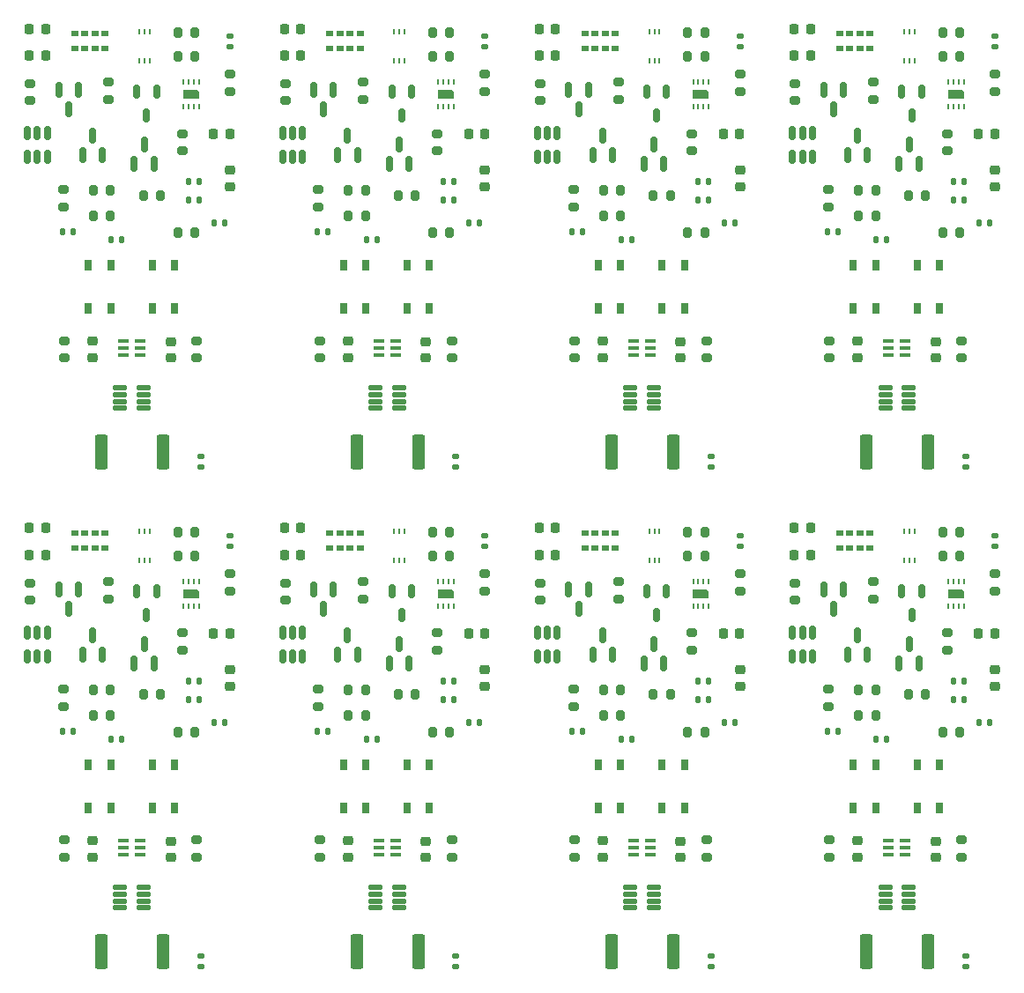
<source format=gtp>
G04 #@! TF.GenerationSoftware,KiCad,Pcbnew,7.0.7*
G04 #@! TF.CreationDate,2024-02-29T14:06:03-05:00*
G04 #@! TF.ProjectId,panelized,70616e65-6c69-47a6-9564-2e6b69636164,rev?*
G04 #@! TF.SameCoordinates,Original*
G04 #@! TF.FileFunction,Paste,Top*
G04 #@! TF.FilePolarity,Positive*
%FSLAX46Y46*%
G04 Gerber Fmt 4.6, Leading zero omitted, Abs format (unit mm)*
G04 Created by KiCad (PCBNEW 7.0.7) date 2024-02-29 14:06:03*
%MOMM*%
%LPD*%
G01*
G04 APERTURE LIST*
G04 Aperture macros list*
%AMRoundRect*
0 Rectangle with rounded corners*
0 $1 Rounding radius*
0 $2 $3 $4 $5 $6 $7 $8 $9 X,Y pos of 4 corners*
0 Add a 4 corners polygon primitive as box body*
4,1,4,$2,$3,$4,$5,$6,$7,$8,$9,$2,$3,0*
0 Add four circle primitives for the rounded corners*
1,1,$1+$1,$2,$3*
1,1,$1+$1,$4,$5*
1,1,$1+$1,$6,$7*
1,1,$1+$1,$8,$9*
0 Add four rect primitives between the rounded corners*
20,1,$1+$1,$2,$3,$4,$5,0*
20,1,$1+$1,$4,$5,$6,$7,0*
20,1,$1+$1,$6,$7,$8,$9,0*
20,1,$1+$1,$8,$9,$2,$3,0*%
%AMFreePoly0*
4,1,6,0.450000,-0.800000,-0.450000,-0.800000,-0.450000,0.530000,-0.180000,0.800000,0.450000,0.800000,0.450000,-0.800000,0.450000,-0.800000,$1*%
G04 Aperture macros list end*
%ADD10RoundRect,0.200000X0.200000X0.275000X-0.200000X0.275000X-0.200000X-0.275000X0.200000X-0.275000X0*%
%ADD11RoundRect,0.135000X0.135000X0.185000X-0.135000X0.185000X-0.135000X-0.185000X0.135000X-0.185000X0*%
%ADD12RoundRect,0.200000X-0.275000X0.200000X-0.275000X-0.200000X0.275000X-0.200000X0.275000X0.200000X0*%
%ADD13RoundRect,0.225000X0.250000X-0.225000X0.250000X0.225000X-0.250000X0.225000X-0.250000X-0.225000X0*%
%ADD14R,0.650000X1.050000*%
%ADD15RoundRect,0.150000X0.150000X-0.512500X0.150000X0.512500X-0.150000X0.512500X-0.150000X-0.512500X0*%
%ADD16RoundRect,0.150000X-0.150000X0.512500X-0.150000X-0.512500X0.150000X-0.512500X0.150000X0.512500X0*%
%ADD17RoundRect,0.135000X-0.185000X0.135000X-0.185000X-0.135000X0.185000X-0.135000X0.185000X0.135000X0*%
%ADD18RoundRect,0.225000X0.225000X0.250000X-0.225000X0.250000X-0.225000X-0.250000X0.225000X-0.250000X0*%
%ADD19RoundRect,0.150000X0.150000X-0.587500X0.150000X0.587500X-0.150000X0.587500X-0.150000X-0.587500X0*%
%ADD20R,0.990000X0.300000*%
%ADD21RoundRect,0.125000X0.537500X0.125000X-0.537500X0.125000X-0.537500X-0.125000X0.537500X-0.125000X0*%
%ADD22R,0.720000X0.600000*%
%ADD23RoundRect,0.200000X0.275000X-0.200000X0.275000X0.200000X-0.275000X0.200000X-0.275000X-0.200000X0*%
%ADD24R,0.250000X0.550000*%
%ADD25RoundRect,0.135000X0.185000X-0.135000X0.185000X0.135000X-0.185000X0.135000X-0.185000X-0.135000X0*%
%ADD26RoundRect,0.150000X-0.150000X0.587500X-0.150000X-0.587500X0.150000X-0.587500X0.150000X0.587500X0*%
%ADD27RoundRect,0.225000X-0.250000X0.225000X-0.250000X-0.225000X0.250000X-0.225000X0.250000X0.225000X0*%
%ADD28RoundRect,0.200000X-0.200000X-0.275000X0.200000X-0.275000X0.200000X0.275000X-0.200000X0.275000X0*%
%ADD29RoundRect,0.250000X0.362500X1.425000X-0.362500X1.425000X-0.362500X-1.425000X0.362500X-1.425000X0*%
%ADD30FreePoly0,270.000000*%
G04 APERTURE END LIST*
D10*
X118025000Y-24900000D03*
X116375000Y-24900000D03*
D11*
X191910000Y-36900000D03*
X190890000Y-36900000D03*
X169885000Y-88900000D03*
X168865000Y-88900000D03*
D12*
X130008250Y-100171500D03*
X130008250Y-101821500D03*
D13*
X157208250Y-101796500D03*
X157208250Y-100246500D03*
D14*
X113925000Y-97075000D03*
X113925000Y-92925000D03*
X116075000Y-97075000D03*
X116075000Y-92925000D03*
X107800000Y-97100000D03*
X107800000Y-92950000D03*
X109950000Y-97100000D03*
X109950000Y-92950000D03*
D12*
X126700000Y-75475000D03*
X126700000Y-77125000D03*
X118208250Y-100171500D03*
X118208250Y-101821500D03*
D15*
X150950000Y-34537500D03*
X151900000Y-34537500D03*
X152850000Y-34537500D03*
X152850000Y-32262500D03*
X151900000Y-32262500D03*
X150950000Y-32262500D03*
D16*
X163350000Y-28262500D03*
X161450000Y-28262500D03*
X162400000Y-30537500D03*
D17*
X192100000Y-63300000D03*
X192100000Y-64320000D03*
D14*
X187425000Y-97075000D03*
X187425000Y-92925000D03*
X189575000Y-97075000D03*
X189575000Y-92925000D03*
D18*
X128175000Y-72800000D03*
X126625000Y-72800000D03*
D13*
X189208250Y-53821500D03*
X189208250Y-52271500D03*
D18*
X128175000Y-22200000D03*
X126625000Y-22200000D03*
D12*
X167208250Y-52171500D03*
X167208250Y-53821500D03*
D11*
X135510000Y-90500000D03*
X134490000Y-90500000D03*
D19*
X136700000Y-35212500D03*
X138600000Y-35212500D03*
X137650000Y-33337500D03*
D11*
X145385000Y-88900000D03*
X144365000Y-88900000D03*
X142910000Y-86700000D03*
X141890000Y-86700000D03*
D10*
X191525000Y-72900000D03*
X189875000Y-72900000D03*
D11*
X179810000Y-41700000D03*
X178790000Y-41700000D03*
D20*
X186300000Y-101550000D03*
X186300000Y-100900000D03*
X186300000Y-100250000D03*
X184690000Y-100250000D03*
X184690000Y-100900000D03*
X184690000Y-101550000D03*
D10*
X142525000Y-70600000D03*
X140875000Y-70600000D03*
D19*
X161200000Y-35212500D03*
X163100000Y-35212500D03*
X162150000Y-33337500D03*
D21*
X186637500Y-106675000D03*
X186637500Y-106025000D03*
X186637500Y-105375000D03*
X186637500Y-104725000D03*
X184362500Y-104725000D03*
X184362500Y-105375000D03*
X184362500Y-106025000D03*
X184362500Y-106675000D03*
D22*
X179990000Y-70675000D03*
X180960000Y-70675000D03*
X181930000Y-70675000D03*
X182900000Y-70675000D03*
X182900000Y-72075000D03*
X181930000Y-72075000D03*
X180960000Y-72075000D03*
X179990000Y-72075000D03*
D14*
X138425000Y-49075000D03*
X138425000Y-44925000D03*
X140575000Y-49075000D03*
X140575000Y-44925000D03*
D15*
X126450000Y-34537500D03*
X127400000Y-34537500D03*
X128350000Y-34537500D03*
X128350000Y-32262500D03*
X127400000Y-32262500D03*
X126450000Y-32262500D03*
D12*
X142708250Y-100171500D03*
X142708250Y-101821500D03*
D23*
X165800000Y-81925000D03*
X165800000Y-80275000D03*
D19*
X161200000Y-83212500D03*
X163100000Y-83212500D03*
X162150000Y-81337500D03*
D12*
X130008250Y-52171500D03*
X130008250Y-53821500D03*
D10*
X163725000Y-38200000D03*
X162075000Y-38200000D03*
D23*
X141300000Y-33925000D03*
X141300000Y-32275000D03*
X121400000Y-76225000D03*
X121400000Y-74575000D03*
D24*
X113675000Y-70525000D03*
X113175000Y-70525000D03*
X112675000Y-70525000D03*
X112675000Y-73275000D03*
X113175000Y-73275000D03*
X113675000Y-73275000D03*
D18*
X152675000Y-24800000D03*
X151125000Y-24800000D03*
D11*
X167410000Y-84900000D03*
X166390000Y-84900000D03*
D16*
X187850000Y-76262500D03*
X185950000Y-76262500D03*
X186900000Y-78537500D03*
D12*
X109700000Y-75350000D03*
X109700000Y-77000000D03*
X179008250Y-52171500D03*
X179008250Y-53821500D03*
D18*
X194875000Y-80300000D03*
X193325000Y-80300000D03*
D23*
X178900000Y-39325000D03*
X178900000Y-37675000D03*
D20*
X161800000Y-53550000D03*
X161800000Y-52900000D03*
X161800000Y-52250000D03*
X160190000Y-52250000D03*
X160190000Y-52900000D03*
X160190000Y-53550000D03*
D25*
X194900000Y-23935000D03*
X194900000Y-22915000D03*
D12*
X183200000Y-27350000D03*
X183200000Y-29000000D03*
D17*
X192100000Y-111300000D03*
X192100000Y-112320000D03*
D23*
X105400000Y-87325000D03*
X105400000Y-85675000D03*
D26*
X106850000Y-28062500D03*
X104950000Y-28062500D03*
X105900000Y-29937500D03*
D23*
X178900000Y-87325000D03*
X178900000Y-85675000D03*
D11*
X194385000Y-40900000D03*
X193365000Y-40900000D03*
D21*
X186637500Y-58675000D03*
X186637500Y-58025000D03*
X186637500Y-57375000D03*
X186637500Y-56725000D03*
X184362500Y-56725000D03*
X184362500Y-57375000D03*
X184362500Y-58025000D03*
X184362500Y-58675000D03*
D23*
X154400000Y-39325000D03*
X154400000Y-37675000D03*
D20*
X137300000Y-101550000D03*
X137300000Y-100900000D03*
X137300000Y-100250000D03*
X135690000Y-100250000D03*
X135690000Y-100900000D03*
X135690000Y-101550000D03*
D10*
X134425000Y-40200000D03*
X132775000Y-40200000D03*
D11*
X118410000Y-84900000D03*
X117390000Y-84900000D03*
D13*
X115708250Y-53821500D03*
X115708250Y-52271500D03*
D18*
X170375000Y-32300000D03*
X168825000Y-32300000D03*
D21*
X162137500Y-58675000D03*
X162137500Y-58025000D03*
X162137500Y-57375000D03*
X162137500Y-56725000D03*
X159862500Y-56725000D03*
X159862500Y-57375000D03*
X159862500Y-58025000D03*
X159862500Y-58675000D03*
D18*
X121375000Y-80300000D03*
X119825000Y-80300000D03*
D12*
X175700000Y-27475000D03*
X175700000Y-29125000D03*
D18*
X128175000Y-70200000D03*
X126625000Y-70200000D03*
D10*
X167025000Y-70600000D03*
X165375000Y-70600000D03*
D26*
X155850000Y-28062500D03*
X153950000Y-28062500D03*
X154900000Y-29937500D03*
D14*
X187425000Y-49075000D03*
X187425000Y-44925000D03*
X189575000Y-49075000D03*
X189575000Y-44925000D03*
D10*
X109925000Y-37700000D03*
X108275000Y-37700000D03*
D19*
X180750000Y-34337500D03*
X182650000Y-34337500D03*
X181700000Y-32462500D03*
X131750000Y-82337500D03*
X133650000Y-82337500D03*
X132700000Y-80462500D03*
D18*
X177175000Y-70200000D03*
X175625000Y-70200000D03*
D27*
X194900000Y-35825000D03*
X194900000Y-37375000D03*
D18*
X177175000Y-72800000D03*
X175625000Y-72800000D03*
D28*
X189875000Y-89800000D03*
X191525000Y-89800000D03*
D24*
X138175000Y-22525000D03*
X137675000Y-22525000D03*
X137175000Y-22525000D03*
X137175000Y-25275000D03*
X137675000Y-25275000D03*
X138175000Y-25275000D03*
D18*
X194875000Y-32300000D03*
X193325000Y-32300000D03*
D17*
X167600000Y-111300000D03*
X167600000Y-112320000D03*
D25*
X194900000Y-71935000D03*
X194900000Y-70915000D03*
D29*
X164000000Y-110900000D03*
X158075000Y-110900000D03*
D28*
X140875000Y-41800000D03*
X142525000Y-41800000D03*
D17*
X143100000Y-63300000D03*
X143100000Y-64320000D03*
D13*
X181708250Y-101796500D03*
X181708250Y-100246500D03*
D11*
X160010000Y-42500000D03*
X158990000Y-42500000D03*
D17*
X143100000Y-111300000D03*
X143100000Y-112320000D03*
D23*
X194900000Y-28225000D03*
X194900000Y-26575000D03*
D11*
X118410000Y-38700000D03*
X117390000Y-38700000D03*
D21*
X113137500Y-58675000D03*
X113137500Y-58025000D03*
X113137500Y-57375000D03*
X113137500Y-56725000D03*
X110862500Y-56725000D03*
X110862500Y-57375000D03*
X110862500Y-58025000D03*
X110862500Y-58675000D03*
D29*
X115000000Y-110900000D03*
X109075000Y-110900000D03*
D12*
X109700000Y-27350000D03*
X109700000Y-29000000D03*
D28*
X165375000Y-41800000D03*
X167025000Y-41800000D03*
D18*
X121375000Y-32300000D03*
X119825000Y-32300000D03*
D25*
X170400000Y-23935000D03*
X170400000Y-22915000D03*
D11*
X145385000Y-40900000D03*
X144365000Y-40900000D03*
D13*
X164708250Y-53821500D03*
X164708250Y-52271500D03*
D18*
X152675000Y-70200000D03*
X151125000Y-70200000D03*
D11*
X135510000Y-42500000D03*
X134490000Y-42500000D03*
X111010000Y-42500000D03*
X109990000Y-42500000D03*
D18*
X177175000Y-24800000D03*
X175625000Y-24800000D03*
D11*
X120885000Y-88900000D03*
X119865000Y-88900000D03*
D23*
X194900000Y-76225000D03*
X194900000Y-74575000D03*
X141300000Y-81925000D03*
X141300000Y-80275000D03*
D14*
X156800000Y-97100000D03*
X156800000Y-92950000D03*
X158950000Y-97100000D03*
X158950000Y-92950000D03*
D24*
X162675000Y-22525000D03*
X162175000Y-22525000D03*
X161675000Y-22525000D03*
X161675000Y-25275000D03*
X162175000Y-25275000D03*
X162675000Y-25275000D03*
D22*
X130990000Y-70675000D03*
X131960000Y-70675000D03*
X132930000Y-70675000D03*
X133900000Y-70675000D03*
X133900000Y-72075000D03*
X132930000Y-72075000D03*
X131960000Y-72075000D03*
X130990000Y-72075000D03*
D21*
X137637500Y-106675000D03*
X137637500Y-106025000D03*
X137637500Y-105375000D03*
X137637500Y-104725000D03*
X135362500Y-104725000D03*
X135362500Y-105375000D03*
X135362500Y-106025000D03*
X135362500Y-106675000D03*
D19*
X112200000Y-83212500D03*
X114100000Y-83212500D03*
X113150000Y-81337500D03*
D30*
X117650000Y-76525000D03*
D24*
X118400000Y-75350000D03*
X117900000Y-75350000D03*
X117400000Y-75350000D03*
X116900000Y-75350000D03*
X116900000Y-77700000D03*
X117400000Y-77700000D03*
X117900000Y-77700000D03*
X118400000Y-77700000D03*
D11*
X118410000Y-86700000D03*
X117390000Y-86700000D03*
D10*
X134425000Y-85700000D03*
X132775000Y-85700000D03*
D12*
X151200000Y-27475000D03*
X151200000Y-29125000D03*
D11*
X106310000Y-89700000D03*
X105290000Y-89700000D03*
D10*
X158925000Y-85700000D03*
X157275000Y-85700000D03*
D30*
X191150000Y-28525000D03*
D24*
X191900000Y-27350000D03*
X191400000Y-27350000D03*
X190900000Y-27350000D03*
X190400000Y-27350000D03*
X190400000Y-29700000D03*
X190900000Y-29700000D03*
X191400000Y-29700000D03*
X191900000Y-29700000D03*
D23*
X145900000Y-28225000D03*
X145900000Y-26575000D03*
D26*
X131350000Y-28062500D03*
X129450000Y-28062500D03*
X130400000Y-29937500D03*
D24*
X187175000Y-22525000D03*
X186675000Y-22525000D03*
X186175000Y-22525000D03*
X186175000Y-25275000D03*
X186675000Y-25275000D03*
X187175000Y-25275000D03*
D11*
X191910000Y-84900000D03*
X190890000Y-84900000D03*
D27*
X194900000Y-83825000D03*
X194900000Y-85375000D03*
D11*
X155310000Y-41700000D03*
X154290000Y-41700000D03*
D18*
X177175000Y-22200000D03*
X175625000Y-22200000D03*
D17*
X118600000Y-111300000D03*
X118600000Y-112320000D03*
D26*
X155850000Y-76062500D03*
X153950000Y-76062500D03*
X154900000Y-77937500D03*
D19*
X180750000Y-82337500D03*
X182650000Y-82337500D03*
X181700000Y-80462500D03*
D14*
X181300000Y-97100000D03*
X181300000Y-92950000D03*
X183450000Y-97100000D03*
X183450000Y-92950000D03*
D12*
X179008250Y-100171500D03*
X179008250Y-101821500D03*
X105508250Y-100171500D03*
X105508250Y-101821500D03*
D30*
X191150000Y-76525000D03*
D24*
X191900000Y-75350000D03*
X191400000Y-75350000D03*
X190900000Y-75350000D03*
X190400000Y-75350000D03*
X190400000Y-77700000D03*
X190900000Y-77700000D03*
X191400000Y-77700000D03*
X191900000Y-77700000D03*
D10*
X158925000Y-40200000D03*
X157275000Y-40200000D03*
D12*
X154508250Y-100171500D03*
X154508250Y-101821500D03*
D23*
X154400000Y-87325000D03*
X154400000Y-85675000D03*
D18*
X170375000Y-80300000D03*
X168825000Y-80300000D03*
D12*
X102200000Y-75475000D03*
X102200000Y-77125000D03*
D11*
X191910000Y-38700000D03*
X190890000Y-38700000D03*
D22*
X155490000Y-22675000D03*
X156460000Y-22675000D03*
X157430000Y-22675000D03*
X158400000Y-22675000D03*
X158400000Y-24075000D03*
X157430000Y-24075000D03*
X156460000Y-24075000D03*
X155490000Y-24075000D03*
D30*
X117650000Y-28525000D03*
D24*
X118400000Y-27350000D03*
X117900000Y-27350000D03*
X117400000Y-27350000D03*
X116900000Y-27350000D03*
X116900000Y-29700000D03*
X117400000Y-29700000D03*
X117900000Y-29700000D03*
X118400000Y-29700000D03*
D14*
X181300000Y-49100000D03*
X181300000Y-44950000D03*
X183450000Y-49100000D03*
X183450000Y-44950000D03*
D30*
X142150000Y-28525000D03*
D24*
X142900000Y-27350000D03*
X142400000Y-27350000D03*
X141900000Y-27350000D03*
X141400000Y-27350000D03*
X141400000Y-29700000D03*
X141900000Y-29700000D03*
X142400000Y-29700000D03*
X142900000Y-29700000D03*
D14*
X132300000Y-49100000D03*
X132300000Y-44950000D03*
X134450000Y-49100000D03*
X134450000Y-44950000D03*
D12*
X126700000Y-27475000D03*
X126700000Y-29125000D03*
D18*
X103675000Y-24800000D03*
X102125000Y-24800000D03*
D15*
X150950000Y-82537500D03*
X151900000Y-82537500D03*
X152850000Y-82537500D03*
X152850000Y-80262500D03*
X151900000Y-80262500D03*
X150950000Y-80262500D03*
D27*
X121400000Y-83825000D03*
X121400000Y-85375000D03*
D11*
X191910000Y-86700000D03*
X190890000Y-86700000D03*
D12*
X175700000Y-75475000D03*
X175700000Y-77125000D03*
D10*
X183425000Y-88200000D03*
X181775000Y-88200000D03*
D27*
X170400000Y-35825000D03*
X170400000Y-37375000D03*
D15*
X101950000Y-82537500D03*
X102900000Y-82537500D03*
X103850000Y-82537500D03*
X103850000Y-80262500D03*
X102900000Y-80262500D03*
X101950000Y-80262500D03*
D20*
X137300000Y-53550000D03*
X137300000Y-52900000D03*
X137300000Y-52250000D03*
X135690000Y-52250000D03*
X135690000Y-52900000D03*
X135690000Y-53550000D03*
D12*
X151200000Y-75475000D03*
X151200000Y-77125000D03*
D30*
X142150000Y-76525000D03*
D24*
X142900000Y-75350000D03*
X142400000Y-75350000D03*
X141900000Y-75350000D03*
X141400000Y-75350000D03*
X141400000Y-77700000D03*
X141900000Y-77700000D03*
X142400000Y-77700000D03*
X142900000Y-77700000D03*
D11*
X167410000Y-86700000D03*
X166390000Y-86700000D03*
D13*
X140208250Y-53821500D03*
X140208250Y-52271500D03*
D10*
X118025000Y-70600000D03*
X116375000Y-70600000D03*
D22*
X179990000Y-22675000D03*
X180960000Y-22675000D03*
X181930000Y-22675000D03*
X182900000Y-22675000D03*
X182900000Y-24075000D03*
X181930000Y-24075000D03*
X180960000Y-24075000D03*
X179990000Y-24075000D03*
D14*
X156800000Y-49100000D03*
X156800000Y-44950000D03*
X158950000Y-49100000D03*
X158950000Y-44950000D03*
X113925000Y-49075000D03*
X113925000Y-44925000D03*
X116075000Y-49075000D03*
X116075000Y-44925000D03*
D11*
X118410000Y-36900000D03*
X117390000Y-36900000D03*
D23*
X170400000Y-76225000D03*
X170400000Y-74575000D03*
D11*
X184510000Y-42500000D03*
X183490000Y-42500000D03*
D19*
X156250000Y-34337500D03*
X158150000Y-34337500D03*
X157200000Y-32462500D03*
D24*
X138175000Y-70525000D03*
X137675000Y-70525000D03*
X137175000Y-70525000D03*
X137175000Y-73275000D03*
X137675000Y-73275000D03*
X138175000Y-73275000D03*
D12*
X191708250Y-52171500D03*
X191708250Y-53821500D03*
D15*
X175450000Y-82537500D03*
X176400000Y-82537500D03*
X177350000Y-82537500D03*
X177350000Y-80262500D03*
X176400000Y-80262500D03*
X175450000Y-80262500D03*
D30*
X166650000Y-28525000D03*
D24*
X167400000Y-27350000D03*
X166900000Y-27350000D03*
X166400000Y-27350000D03*
X165900000Y-27350000D03*
X165900000Y-29700000D03*
X166400000Y-29700000D03*
X166900000Y-29700000D03*
X167400000Y-29700000D03*
D10*
X118025000Y-22600000D03*
X116375000Y-22600000D03*
D12*
X158700000Y-75350000D03*
X158700000Y-77000000D03*
D21*
X162137500Y-106675000D03*
X162137500Y-106025000D03*
X162137500Y-105375000D03*
X162137500Y-104725000D03*
X159862500Y-104725000D03*
X159862500Y-105375000D03*
X159862500Y-106025000D03*
X159862500Y-106675000D03*
D19*
X107250000Y-34337500D03*
X109150000Y-34337500D03*
X108200000Y-32462500D03*
D29*
X139500000Y-62900000D03*
X133575000Y-62900000D03*
D10*
X158925000Y-37700000D03*
X157275000Y-37700000D03*
X183425000Y-37700000D03*
X181775000Y-37700000D03*
D24*
X162675000Y-70525000D03*
X162175000Y-70525000D03*
X161675000Y-70525000D03*
X161675000Y-73275000D03*
X162175000Y-73275000D03*
X162675000Y-73275000D03*
D15*
X101950000Y-34537500D03*
X102900000Y-34537500D03*
X103850000Y-34537500D03*
X103850000Y-32262500D03*
X102900000Y-32262500D03*
X101950000Y-32262500D03*
D28*
X140875000Y-89800000D03*
X142525000Y-89800000D03*
D12*
X167208250Y-100171500D03*
X167208250Y-101821500D03*
D14*
X107800000Y-49100000D03*
X107800000Y-44950000D03*
X109950000Y-49100000D03*
X109950000Y-44950000D03*
D21*
X137637500Y-58675000D03*
X137637500Y-58025000D03*
X137637500Y-57375000D03*
X137637500Y-56725000D03*
X135362500Y-56725000D03*
X135362500Y-57375000D03*
X135362500Y-58025000D03*
X135362500Y-58675000D03*
D10*
X158925000Y-88200000D03*
X157275000Y-88200000D03*
D17*
X167600000Y-63300000D03*
X167600000Y-64320000D03*
D11*
X142910000Y-36900000D03*
X141890000Y-36900000D03*
D26*
X131350000Y-76062500D03*
X129450000Y-76062500D03*
X130400000Y-77937500D03*
X180350000Y-76062500D03*
X178450000Y-76062500D03*
X179400000Y-77937500D03*
D11*
X169885000Y-40900000D03*
X168865000Y-40900000D03*
D23*
X129900000Y-39325000D03*
X129900000Y-37675000D03*
D19*
X185700000Y-35212500D03*
X187600000Y-35212500D03*
X186650000Y-33337500D03*
D12*
X158700000Y-27350000D03*
X158700000Y-29000000D03*
D28*
X116375000Y-41800000D03*
X118025000Y-41800000D03*
D10*
X167025000Y-24900000D03*
X165375000Y-24900000D03*
D25*
X121400000Y-23935000D03*
X121400000Y-22915000D03*
D22*
X106490000Y-22675000D03*
X107460000Y-22675000D03*
X108430000Y-22675000D03*
X109400000Y-22675000D03*
X109400000Y-24075000D03*
X108430000Y-24075000D03*
X107460000Y-24075000D03*
X106490000Y-24075000D03*
D10*
X142525000Y-24900000D03*
X140875000Y-24900000D03*
D11*
X167410000Y-36900000D03*
X166390000Y-36900000D03*
D29*
X115000000Y-62900000D03*
X109075000Y-62900000D03*
D23*
X170400000Y-28225000D03*
X170400000Y-26575000D03*
D26*
X106850000Y-76062500D03*
X104950000Y-76062500D03*
X105900000Y-77937500D03*
D19*
X131750000Y-34337500D03*
X133650000Y-34337500D03*
X132700000Y-32462500D03*
D18*
X152675000Y-72800000D03*
X151125000Y-72800000D03*
D11*
X179810000Y-89700000D03*
X178790000Y-89700000D03*
X130810000Y-41700000D03*
X129790000Y-41700000D03*
D10*
X191525000Y-22600000D03*
X189875000Y-22600000D03*
D13*
X108208250Y-101796500D03*
X108208250Y-100246500D03*
D23*
X116800000Y-81925000D03*
X116800000Y-80275000D03*
D20*
X112800000Y-101550000D03*
X112800000Y-100900000D03*
X112800000Y-100250000D03*
X111190000Y-100250000D03*
X111190000Y-100900000D03*
X111190000Y-101550000D03*
D11*
X111010000Y-90500000D03*
X109990000Y-90500000D03*
D10*
X134425000Y-88200000D03*
X132775000Y-88200000D03*
D14*
X162925000Y-97075000D03*
X162925000Y-92925000D03*
X165075000Y-97075000D03*
X165075000Y-92925000D03*
D12*
X105508250Y-52171500D03*
X105508250Y-53821500D03*
D13*
X132708250Y-101796500D03*
X132708250Y-100246500D03*
D29*
X188500000Y-62900000D03*
X182575000Y-62900000D03*
D16*
X187850000Y-28262500D03*
X185950000Y-28262500D03*
X186900000Y-30537500D03*
D11*
X155310000Y-89700000D03*
X154290000Y-89700000D03*
D18*
X103675000Y-70200000D03*
X102125000Y-70200000D03*
D10*
X114725000Y-38200000D03*
X113075000Y-38200000D03*
X183425000Y-85700000D03*
X181775000Y-85700000D03*
D18*
X128175000Y-24800000D03*
X126625000Y-24800000D03*
D14*
X138425000Y-97075000D03*
X138425000Y-92925000D03*
X140575000Y-97075000D03*
X140575000Y-92925000D03*
D13*
X140208250Y-101821500D03*
X140208250Y-100271500D03*
X189208250Y-101821500D03*
X189208250Y-100271500D03*
D16*
X138850000Y-76262500D03*
X136950000Y-76262500D03*
X137900000Y-78537500D03*
D25*
X170400000Y-71935000D03*
X170400000Y-70915000D03*
D15*
X175450000Y-34537500D03*
X176400000Y-34537500D03*
X177350000Y-34537500D03*
X177350000Y-32262500D03*
X176400000Y-32262500D03*
X175450000Y-32262500D03*
D13*
X164708250Y-101821500D03*
X164708250Y-100271500D03*
D12*
X142708250Y-52171500D03*
X142708250Y-53821500D03*
D24*
X187175000Y-70525000D03*
X186675000Y-70525000D03*
X186175000Y-70525000D03*
X186175000Y-73275000D03*
X186675000Y-73275000D03*
X187175000Y-73275000D03*
D11*
X167410000Y-38700000D03*
X166390000Y-38700000D03*
D15*
X126450000Y-82537500D03*
X127400000Y-82537500D03*
X128350000Y-82537500D03*
X128350000Y-80262500D03*
X127400000Y-80262500D03*
X126450000Y-80262500D03*
D20*
X161800000Y-101550000D03*
X161800000Y-100900000D03*
X161800000Y-100250000D03*
X160190000Y-100250000D03*
X160190000Y-100900000D03*
X160190000Y-101550000D03*
D10*
X139225000Y-86200000D03*
X137575000Y-86200000D03*
X167025000Y-72900000D03*
X165375000Y-72900000D03*
X109925000Y-88200000D03*
X108275000Y-88200000D03*
D23*
X165800000Y-33925000D03*
X165800000Y-32275000D03*
D10*
X142525000Y-22600000D03*
X140875000Y-22600000D03*
X134425000Y-37700000D03*
X132775000Y-37700000D03*
D27*
X170400000Y-83825000D03*
X170400000Y-85375000D03*
D23*
X129900000Y-87325000D03*
X129900000Y-85675000D03*
D13*
X157208250Y-53796500D03*
X157208250Y-52246500D03*
D28*
X165375000Y-89800000D03*
X167025000Y-89800000D03*
D19*
X185700000Y-83212500D03*
X187600000Y-83212500D03*
X186650000Y-81337500D03*
D25*
X121400000Y-71935000D03*
X121400000Y-70915000D03*
X145900000Y-23935000D03*
X145900000Y-22915000D03*
D11*
X194385000Y-88900000D03*
X193365000Y-88900000D03*
D23*
X105400000Y-39325000D03*
X105400000Y-37675000D03*
X145900000Y-76225000D03*
X145900000Y-74575000D03*
X121400000Y-28225000D03*
X121400000Y-26575000D03*
D12*
X134200000Y-27350000D03*
X134200000Y-29000000D03*
D22*
X130990000Y-22675000D03*
X131960000Y-22675000D03*
X132930000Y-22675000D03*
X133900000Y-22675000D03*
X133900000Y-24075000D03*
X132930000Y-24075000D03*
X131960000Y-24075000D03*
X130990000Y-24075000D03*
D10*
X163725000Y-86200000D03*
X162075000Y-86200000D03*
D27*
X121400000Y-35825000D03*
X121400000Y-37375000D03*
D11*
X184510000Y-90500000D03*
X183490000Y-90500000D03*
D21*
X113137500Y-106675000D03*
X113137500Y-106025000D03*
X113137500Y-105375000D03*
X113137500Y-104725000D03*
X110862500Y-104725000D03*
X110862500Y-105375000D03*
X110862500Y-106025000D03*
X110862500Y-106675000D03*
D20*
X112800000Y-53550000D03*
X112800000Y-52900000D03*
X112800000Y-52250000D03*
X111190000Y-52250000D03*
X111190000Y-52900000D03*
X111190000Y-53550000D03*
D28*
X116375000Y-89800000D03*
X118025000Y-89800000D03*
D23*
X190300000Y-81925000D03*
X190300000Y-80275000D03*
D19*
X156250000Y-82337500D03*
X158150000Y-82337500D03*
X157200000Y-80462500D03*
D16*
X138850000Y-28262500D03*
X136950000Y-28262500D03*
X137900000Y-30537500D03*
D11*
X142910000Y-38700000D03*
X141890000Y-38700000D03*
D12*
X183200000Y-75350000D03*
X183200000Y-77000000D03*
X154508250Y-52171500D03*
X154508250Y-53821500D03*
D10*
X142525000Y-72900000D03*
X140875000Y-72900000D03*
D16*
X114350000Y-28262500D03*
X112450000Y-28262500D03*
X113400000Y-30537500D03*
D29*
X188500000Y-110900000D03*
X182575000Y-110900000D03*
D16*
X163350000Y-76262500D03*
X161450000Y-76262500D03*
X162400000Y-78537500D03*
D12*
X118208250Y-52171500D03*
X118208250Y-53821500D03*
D14*
X132300000Y-97100000D03*
X132300000Y-92950000D03*
X134450000Y-97100000D03*
X134450000Y-92950000D03*
D10*
X109925000Y-85700000D03*
X108275000Y-85700000D03*
D22*
X106490000Y-70675000D03*
X107460000Y-70675000D03*
X108430000Y-70675000D03*
X109400000Y-70675000D03*
X109400000Y-72075000D03*
X108430000Y-72075000D03*
X107460000Y-72075000D03*
X106490000Y-72075000D03*
D20*
X186300000Y-53550000D03*
X186300000Y-52900000D03*
X186300000Y-52250000D03*
X184690000Y-52250000D03*
X184690000Y-52900000D03*
X184690000Y-53550000D03*
D10*
X139225000Y-38200000D03*
X137575000Y-38200000D03*
D12*
X134200000Y-75350000D03*
X134200000Y-77000000D03*
D10*
X118025000Y-72900000D03*
X116375000Y-72900000D03*
D26*
X180350000Y-28062500D03*
X178450000Y-28062500D03*
X179400000Y-29937500D03*
D27*
X145900000Y-35825000D03*
X145900000Y-37375000D03*
D13*
X108208250Y-53796500D03*
X108208250Y-52246500D03*
D18*
X103675000Y-22200000D03*
X102125000Y-22200000D03*
D30*
X166650000Y-76525000D03*
D24*
X167400000Y-75350000D03*
X166900000Y-75350000D03*
X166400000Y-75350000D03*
X165900000Y-75350000D03*
X165900000Y-77700000D03*
X166400000Y-77700000D03*
X166900000Y-77700000D03*
X167400000Y-77700000D03*
D29*
X139500000Y-110900000D03*
X133575000Y-110900000D03*
D13*
X181708250Y-53796500D03*
X181708250Y-52246500D03*
D10*
X188225000Y-86200000D03*
X186575000Y-86200000D03*
D28*
X189875000Y-41800000D03*
X191525000Y-41800000D03*
D10*
X191525000Y-24900000D03*
X189875000Y-24900000D03*
D18*
X152675000Y-22200000D03*
X151125000Y-22200000D03*
D12*
X191708250Y-100171500D03*
X191708250Y-101821500D03*
D10*
X167025000Y-22600000D03*
X165375000Y-22600000D03*
D17*
X118600000Y-63300000D03*
X118600000Y-64320000D03*
D18*
X145875000Y-32300000D03*
X144325000Y-32300000D03*
D23*
X190300000Y-33925000D03*
X190300000Y-32275000D03*
D19*
X107250000Y-82337500D03*
X109150000Y-82337500D03*
X108200000Y-80462500D03*
X136700000Y-83212500D03*
X138600000Y-83212500D03*
X137650000Y-81337500D03*
D10*
X183425000Y-40200000D03*
X181775000Y-40200000D03*
D13*
X132708250Y-53796500D03*
X132708250Y-52246500D03*
D12*
X102200000Y-27475000D03*
X102200000Y-29125000D03*
D16*
X114350000Y-76262500D03*
X112450000Y-76262500D03*
X113400000Y-78537500D03*
D13*
X115708250Y-101821500D03*
X115708250Y-100271500D03*
D11*
X120885000Y-40900000D03*
X119865000Y-40900000D03*
X130810000Y-89700000D03*
X129790000Y-89700000D03*
D23*
X116800000Y-33925000D03*
X116800000Y-32275000D03*
D22*
X155490000Y-70675000D03*
X156460000Y-70675000D03*
X157430000Y-70675000D03*
X158400000Y-70675000D03*
X158400000Y-72075000D03*
X157430000Y-72075000D03*
X156460000Y-72075000D03*
X155490000Y-72075000D03*
D11*
X160010000Y-90500000D03*
X158990000Y-90500000D03*
X106310000Y-41700000D03*
X105290000Y-41700000D03*
D10*
X191525000Y-70600000D03*
X189875000Y-70600000D03*
D18*
X103675000Y-72800000D03*
X102125000Y-72800000D03*
D11*
X142910000Y-84900000D03*
X141890000Y-84900000D03*
D10*
X188225000Y-38200000D03*
X186575000Y-38200000D03*
D27*
X145900000Y-83825000D03*
X145900000Y-85375000D03*
D29*
X164000000Y-62900000D03*
X158075000Y-62900000D03*
D25*
X145900000Y-71935000D03*
X145900000Y-70915000D03*
D18*
X145875000Y-80300000D03*
X144325000Y-80300000D03*
D10*
X109925000Y-40200000D03*
X108275000Y-40200000D03*
D24*
X113675000Y-22525000D03*
X113175000Y-22525000D03*
X112675000Y-22525000D03*
X112675000Y-25275000D03*
X113175000Y-25275000D03*
X113675000Y-25275000D03*
D10*
X114725000Y-86200000D03*
X113075000Y-86200000D03*
D19*
X112200000Y-35212500D03*
X114100000Y-35212500D03*
X113150000Y-33337500D03*
D14*
X162925000Y-49075000D03*
X162925000Y-44925000D03*
X165075000Y-49075000D03*
X165075000Y-44925000D03*
M02*

</source>
